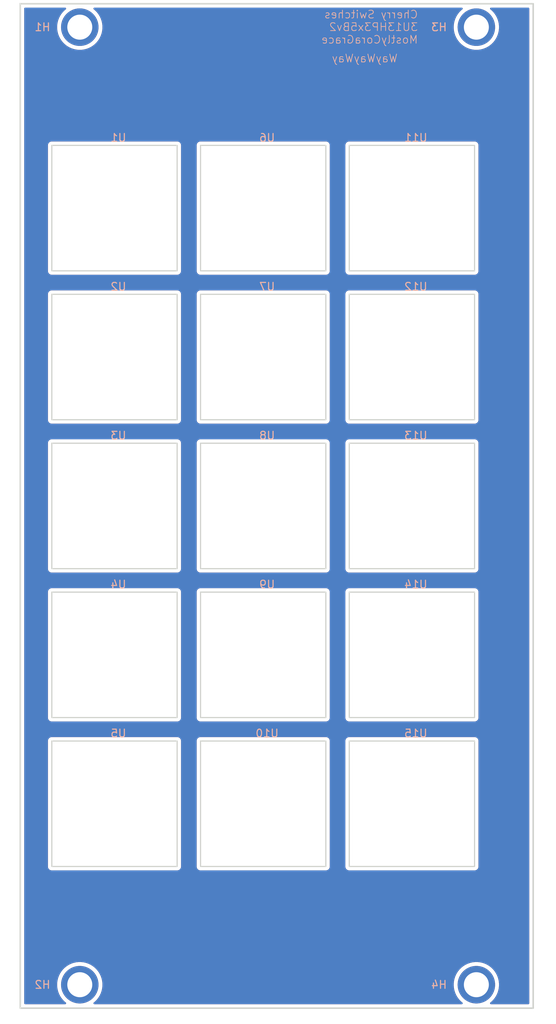
<source format=kicad_pcb>
(kicad_pcb (version 20241229) (generator "pcbnew") (generator_version "9.0")
  (layers (0 "F.Cu" signal) (2 "B.Cu" signal) (13 "F.Paste" user) (15 "B.Paste" user) (5 "F.SilkS" user "F.Silkscreen") (7 "B.SilkS" user "B.Silkscreen") (1 "F.Mask" user) (3 "B.Mask" user) (25 "Edge.Cuts" user))
  (net 0 "")
  (footprint "EXC:SW_Cherry_MX_1.00u_Clearance" (layer "F.Cu") (at 31.115 85.725)
    (property "Reference" "U9" (at 0.5 -9 0) (layer "B.SilkS") (effects (justify mirror)))
    (property "Value" "~")
    (fp_rect (start -8.025 -8.025) (end 8.025 8.025) (stroke (width 0.15)) (fill no) (layer "Edge.Cuts"))
  )
  (footprint "EXC:SW_Cherry_MX_1.00u_Clearance" (layer "F.Cu") (at 12.065 66.675)
    (property "Reference" "U3" (at 0.5 -9 0) (layer "B.SilkS") (effects (justify mirror)))
    (property "Value" "~")
    (fp_rect (start -8.025 -8.025) (end 8.025 8.025) (stroke (width 0.15)) (fill no) (layer "Edge.Cuts"))
  )
  (footprint "EXC:SW_Cherry_MX_1.00u_Clearance" (layer "F.Cu") (at 50.165 47.625)
    (property "Reference" "U12" (at 0.5 -9 0) (layer "B.SilkS") (effects (justify mirror)))
    (property "Value" "~")
    (fp_rect (start -8.025 -8.025) (end 8.025 8.025) (stroke (width 0.15)) (fill no) (layer "Edge.Cuts"))
  )
  (footprint "EXC:SW_Cherry_MX_1.00u_Clearance" (layer "F.Cu") (at 31.115 47.625)
    (property "Reference" "U7" (at 0.5 -9 0) (layer "B.SilkS") (effects (justify mirror)))
    (property "Value" "~")
    (fp_rect (start -8.025 -8.025) (end 8.025 8.025) (stroke (width 0.15)) (fill no) (layer "Edge.Cuts"))
  )
  (footprint "EXC:SW_Cherry_MX_1.00u_Clearance" (layer "F.Cu") (at 31.115 28.575)
    (property "Reference" "U6" (at 0.5 -9 0) (layer "B.SilkS") (effects (justify mirror)))
    (property "Value" "~")
    (fp_rect (start -8.025 -8.025) (end 8.025 8.025) (stroke (width 0.15)) (fill no) (layer "Edge.Cuts"))
  )
  (footprint "EXC:SW_Cherry_MX_1.00u_Clearance" (layer "F.Cu") (at 12.065 47.625)
    (property "Reference" "U2" (at 0.5 -9 0) (layer "B.SilkS") (effects (justify mirror)))
    (property "Value" "~")
    (fp_rect (start -8.025 -8.025) (end 8.025 8.025) (stroke (width 0.15)) (fill no) (layer "Edge.Cuts"))
  )
  (footprint "EXC:SW_Cherry_MX_1.00u_Clearance" (layer "F.Cu") (at 50.165 104.775)
    (property "Reference" "U15" (at 0.5 -9 0) (layer "B.SilkS") (effects (justify mirror)))
    (property "Value" "~")
    (fp_rect (start -8.025 -8.025) (end 8.025 8.025) (stroke (width 0.15)) (fill no) (layer "Edge.Cuts"))
  )
  (footprint "EXC:SW_Cherry_MX_1.00u_Clearance" (layer "F.Cu") (at 12.065 85.725)
    (property "Reference" "U4" (at 0.5 -9 0) (layer "B.SilkS") (effects (justify mirror)))
    (property "Value" "~")
    (fp_rect (start -8.025 -8.025) (end 8.025 8.025) (stroke (width 0.15)) (fill no) (layer "Edge.Cuts"))
  )
  (footprint "EXC:SW_Cherry_MX_1.00u_Clearance" (layer "F.Cu") (at 31.115 66.675)
    (property "Reference" "U8" (at 0.5 -9 0) (layer "B.SilkS") (effects (justify mirror)))
    (property "Value" "~")
    (fp_rect (start -8.025 -8.025) (end 8.025 8.025) (stroke (width 0.15)) (fill no) (layer "Edge.Cuts"))
  )
  (footprint "EXC:SW_Cherry_MX_1.00u_Clearance" (layer "F.Cu") (at 12.065 104.775)
    (property "Reference" "U5" (at 0.5 -9 0) (layer "B.SilkS") (effects (justify mirror)))
    (property "Value" "~")
    (fp_rect (start -8.025 -8.025) (end 8.025 8.025) (stroke (width 0.15)) (fill no) (layer "Edge.Cuts"))
  )
  (footprint "EXC:SW_Cherry_MX_1.00u_Clearance" (layer "F.Cu") (at 50.165 85.725)
    (property "Reference" "U14" (at 0.5 -9 0) (layer "B.SilkS") (effects (justify mirror)))
    (property "Value" "~")
    (fp_rect (start -8.025 -8.025) (end 8.025 8.025) (stroke (width 0.15)) (fill no) (layer "Edge.Cuts"))
  )
  (footprint "EXC:SW_Cherry_MX_1.00u_Clearance" (layer "F.Cu") (at 31.115 104.775)
    (property "Reference" "U10" (at 0.5 -9 0) (layer "B.SilkS") (effects (justify mirror)))
    (property "Value" "~")
    (fp_rect (start -8.025 -8.025) (end 8.025 8.025) (stroke (width 0.15)) (fill no) (layer "Edge.Cuts"))
  )
  (footprint "EXC:MountingHole_3.2mm_M3" (layer "F.Cu") (at 58.42 5.425)
    (property "Reference" "H3" (at -3.683 0 0) (layer "B.SilkS") (effects (justify left mirror)))
    (property "Value" "Eurorack_M3_MountingHole")
    (pad "" thru_hole circle (at 0 0) (size 4.8 4.8) (drill 3.2) (layers "*.Cu" "*.Mask"))
  )
  (footprint "EXC:SW_Cherry_MX_1.00u_Clearance" (layer "F.Cu") (at 12.065 28.575)
    (property "Reference" "U1" (at 0.5 -9 0) (layer "B.SilkS") (effects (justify mirror)))
    (property "Value" "~")
    (fp_rect (start -8.025 -8.025) (end 8.025 8.025) (stroke (width 0.15)) (fill no) (layer "Edge.Cuts"))
  )
  (footprint "EXC:SW_Cherry_MX_1.00u_Clearance" (layer "F.Cu") (at 50.165 66.675)
    (property "Reference" "U13" (at 0.5 -9 0) (layer "B.SilkS") (effects (justify mirror)))
    (property "Value" "~")
    (fp_rect (start -8.025 -8.025) (end 8.025 8.025) (stroke (width 0.15)) (fill no) (layer "Edge.Cuts"))
  )
  (footprint "EXC:MountingHole_3.2mm_M3" (layer "F.Cu") (at 7.62 5.425)
    (property "Reference" "H1" (at -3.683 0 0) (layer "B.SilkS") (effects (justify left mirror)))
    (property "Value" "Eurorack_M3_MountingHole")
    (pad "" thru_hole circle (at 0 0) (size 4.8 4.8) (drill 3.2) (layers "*.Cu" "*.Mask"))
  )
  (footprint "EXC:SW_Cherry_MX_1.00u_Clearance" (layer "F.Cu") (at 50.165 28.575)
    (property "Reference" "U11" (at 0.5 -9 0) (layer "B.SilkS") (effects (justify mirror)))
    (property "Value" "~")
    (fp_rect (start -8.025 -8.025) (end 8.025 8.025) (stroke (width 0.15)) (fill no) (layer "Edge.Cuts"))
  )
  (footprint "EXC:MountingHole_3.2mm_M3" (layer "F.Cu") (at 7.62 127.925)
    (property "Reference" "H2" (at -3.683 0 0) (layer "B.SilkS") (effects (justify left mirror)))
    (property "Value" "Eurorack_M3_MountingHole")
    (pad "" thru_hole circle (at 0 0) (size 4.8 4.8) (drill 3.2) (layers "*.Cu" "*.Mask"))
  )
  (footprint "EXC:MountingHole_3.2mm_M3" (layer "F.Cu") (at 58.42 127.925)
    (property "Reference" "H4" (at -3.683 0 0) (layer "B.SilkS") (effects (justify left mirror)))
    (property "Value" "Eurorack_M3_MountingHole")
    (pad "" thru_hole circle (at 0 0) (size 4.8 4.8) (drill 3.2) (layers "*.Cu" "*.Mask"))
  )
  (gr_rect (start 0 2.425) (end 65.7 130.925) (stroke (width 0.2)) (fill no) (layer "Edge.Cuts"))
  (gr_text "WayWayWay" (at 48.4 10 0) (layer "B.SilkS") (effects (font (size 1 1) (thickness 0.1)) (justify left bottom mirror)))
  (gr_text "Cherry Switches\n3U13HP3x5Bv2\nMostlyCoraGrace" (at 51 7.6 0) (layer "B.SilkS") (effects (font (size 1 1) (thickness 0.1)) (justify left bottom mirror)))
  (zone (net 0) (net_name "") (layers "F.Cu" "B.Cu") (connect_pads (clearance 0.5)) (min_thickness 0.25) (fill yes (thermal_gap 0.5) (thermal_bridge_width 0.5) (island_removal_mode 1) (island_area_min 10))
    (polygon (pts (xy 0 2.425) (xy 65.7 2.425) (xy 65.7 130.925) (xy 0 130.925)))
  )
)
</source>
